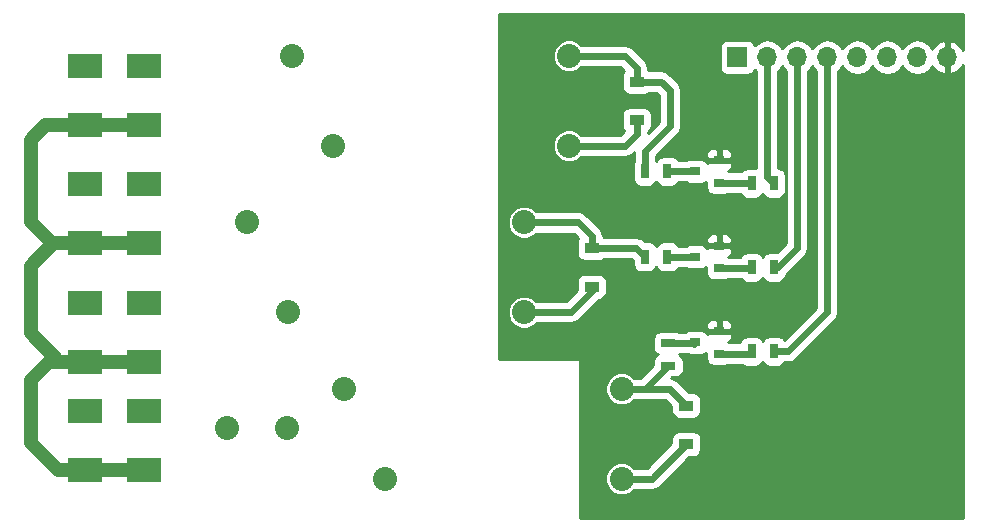
<source format=gtl>
G04 #@! TF.FileFunction,Copper,L1,Top,Signal*
%FSLAX46Y46*%
G04 Gerber Fmt 4.6, Leading zero omitted, Abs format (unit mm)*
G04 Created by KiCad (PCBNEW 4.0.2-4+6225~38~ubuntu14.04.1-stable) date Fri 27 Jan 2017 04:50:42 PM CET*
%MOMM*%
G01*
G04 APERTURE LIST*
%ADD10C,0.100000*%
%ADD11R,1.220000X0.910000*%
%ADD12R,0.900000X0.800000*%
%ADD13R,0.700000X1.300000*%
%ADD14R,1.300000X0.700000*%
%ADD15R,3.000000X2.000000*%
%ADD16R,1.700000X1.700000*%
%ADD17O,1.700000X1.700000*%
%ADD18C,2.032000*%
%ADD19C,0.609600*%
%ADD20C,1.219200*%
%ADD21C,0.254000*%
G04 APERTURE END LIST*
D10*
D11*
X88011000Y-68818000D03*
X88011000Y-65548000D03*
X84201000Y-82915000D03*
X84201000Y-79645000D03*
X92202000Y-96250000D03*
X92202000Y-92980000D03*
D12*
X94980000Y-74102000D03*
X94980000Y-72202000D03*
X92980000Y-73152000D03*
X94980000Y-81341000D03*
X94980000Y-79441000D03*
X92980000Y-80391000D03*
X94980000Y-88580000D03*
X94980000Y-86680000D03*
X92980000Y-87630000D03*
D13*
X97729000Y-74168000D03*
X99629000Y-74168000D03*
X97729000Y-81280000D03*
X99629000Y-81280000D03*
X97729000Y-88392000D03*
X99629000Y-88392000D03*
X88712000Y-73152000D03*
X90612000Y-73152000D03*
X88712000Y-80391000D03*
X90612000Y-80391000D03*
D14*
X90678000Y-89596000D03*
X90678000Y-87696000D03*
D15*
X41275000Y-93472000D03*
X41275000Y-98472000D03*
X46275000Y-98472000D03*
X46275000Y-93472000D03*
X41275000Y-64262000D03*
X41275000Y-69262000D03*
X41275000Y-74262000D03*
X41275000Y-79262000D03*
X41275000Y-84262000D03*
X41275000Y-89262000D03*
X46275000Y-89262000D03*
X46275000Y-84262000D03*
X46275000Y-79262000D03*
X46275000Y-74262000D03*
X46275000Y-69262000D03*
X46275000Y-64262000D03*
D16*
X96520000Y-63500000D03*
D17*
X99060000Y-63500000D03*
X101600000Y-63500000D03*
X104140000Y-63500000D03*
X106680000Y-63500000D03*
X109220000Y-63500000D03*
X111760000Y-63500000D03*
X114300000Y-63500000D03*
D18*
X82285000Y-63383000D03*
X82285000Y-70983000D03*
X62285000Y-70983000D03*
X58785000Y-63383000D03*
X78475000Y-77480000D03*
X78475000Y-85080000D03*
X58475000Y-85080000D03*
X54975000Y-77480000D03*
X86730000Y-91577000D03*
X86730000Y-99177000D03*
X66730000Y-99177000D03*
X63230000Y-91577000D03*
X53340000Y-94869000D03*
X58420000Y-94879160D03*
D19*
X88011000Y-65548000D02*
X90059000Y-65548000D01*
X88712000Y-71435000D02*
X88712000Y-73152000D01*
X90805000Y-69342000D02*
X88712000Y-71435000D01*
X90805000Y-66294000D02*
X90805000Y-69342000D01*
X90059000Y-65548000D02*
X90805000Y-66294000D01*
X82412000Y-63383000D02*
X87005000Y-63383000D01*
X88011000Y-64389000D02*
X88011000Y-65548000D01*
X87005000Y-63383000D02*
X88011000Y-64389000D01*
X84201000Y-79645000D02*
X87966000Y-79645000D01*
X87966000Y-79645000D02*
X88712000Y-80391000D01*
X78475000Y-77480000D02*
X83068000Y-77480000D01*
X84201000Y-78613000D02*
X84201000Y-79645000D01*
X83068000Y-77480000D02*
X84201000Y-78613000D01*
X90678000Y-89596000D02*
X88697000Y-91577000D01*
X88697000Y-91577000D02*
X86730000Y-91577000D01*
X86730000Y-91577000D02*
X90799000Y-91577000D01*
X90799000Y-91577000D02*
X92202000Y-92980000D01*
X99060000Y-73599000D02*
X99629000Y-74168000D01*
X99060000Y-63500000D02*
X99060000Y-73599000D01*
X101600000Y-79629000D02*
X99949000Y-81280000D01*
X99949000Y-81280000D02*
X99629000Y-81280000D01*
X101600000Y-63500000D02*
X101600000Y-79629000D01*
X100838000Y-88392000D02*
X99629000Y-88392000D01*
X104140000Y-85090000D02*
X100838000Y-88392000D01*
X104140000Y-63500000D02*
X104140000Y-85090000D01*
D20*
X54975000Y-77480000D02*
X54975000Y-77740000D01*
D19*
X90612000Y-73152000D02*
X92980000Y-73152000D01*
X90612000Y-80391000D02*
X92980000Y-80391000D01*
X92980000Y-87630000D02*
X92914000Y-87696000D01*
X92914000Y-87696000D02*
X90678000Y-87696000D01*
X92853000Y-87757000D02*
X92980000Y-87630000D01*
X86730000Y-99177000D02*
X89275000Y-99177000D01*
X89275000Y-99177000D02*
X92202000Y-96250000D01*
X84201000Y-82915000D02*
X84201000Y-83312000D01*
X84201000Y-83312000D02*
X82433000Y-85080000D01*
X82433000Y-85080000D02*
X78475000Y-85080000D01*
X88011000Y-68818000D02*
X88011000Y-69977000D01*
X87005000Y-70983000D02*
X82412000Y-70983000D01*
X88011000Y-69977000D02*
X87005000Y-70983000D01*
X94980000Y-74102000D02*
X97663000Y-74102000D01*
X97663000Y-74102000D02*
X97729000Y-74168000D01*
X94980000Y-81341000D02*
X97668000Y-81341000D01*
X97668000Y-81341000D02*
X97729000Y-81280000D01*
X94980000Y-88580000D02*
X97541000Y-88580000D01*
X97541000Y-88580000D02*
X97729000Y-88392000D01*
D20*
X41275000Y-89262000D02*
X38246000Y-89262000D01*
X39036000Y-98472000D02*
X41275000Y-98472000D01*
X36703000Y-96139000D02*
X39036000Y-98472000D01*
X36703000Y-90805000D02*
X36703000Y-96139000D01*
X38246000Y-89262000D02*
X36703000Y-90805000D01*
X41275000Y-79262000D02*
X38594000Y-79262000D01*
X39097000Y-89262000D02*
X41275000Y-89262000D01*
X36703000Y-86868000D02*
X39097000Y-89262000D01*
X36703000Y-81153000D02*
X36703000Y-86868000D01*
X38594000Y-79262000D02*
X36703000Y-81153000D01*
X41275000Y-69262000D02*
X37926000Y-69262000D01*
X38495000Y-79262000D02*
X41275000Y-79262000D01*
X36703000Y-77470000D02*
X38495000Y-79262000D01*
X36703000Y-70485000D02*
X36703000Y-77470000D01*
X37926000Y-69262000D02*
X36703000Y-70485000D01*
X41275000Y-89262000D02*
X46275000Y-89262000D01*
X41275000Y-98472000D02*
X46275000Y-98472000D01*
X41275000Y-79262000D02*
X46275000Y-79262000D01*
X41275000Y-69262000D02*
X46275000Y-69262000D01*
D21*
G36*
X115622000Y-62888680D02*
X115495183Y-62618642D01*
X115066924Y-62228355D01*
X114656890Y-62058524D01*
X114427000Y-62179845D01*
X114427000Y-63373000D01*
X114447000Y-63373000D01*
X114447000Y-63627000D01*
X114427000Y-63627000D01*
X114427000Y-64820155D01*
X114656890Y-64941476D01*
X115066924Y-64771645D01*
X115495183Y-64381358D01*
X115622000Y-64111320D01*
X115622000Y-102489000D01*
X83235800Y-102489000D01*
X83235800Y-99453661D01*
X85332758Y-99453661D01*
X85544990Y-99967303D01*
X85937630Y-100360629D01*
X86450900Y-100573757D01*
X87006661Y-100574242D01*
X87520303Y-100362010D01*
X87765941Y-100116800D01*
X89275000Y-100116800D01*
X89634646Y-100045262D01*
X89939539Y-99841539D01*
X92428638Y-97352440D01*
X92812000Y-97352440D01*
X93047317Y-97308162D01*
X93263441Y-97169090D01*
X93408431Y-96956890D01*
X93459440Y-96705000D01*
X93459440Y-95795000D01*
X93415162Y-95559683D01*
X93276090Y-95343559D01*
X93063890Y-95198569D01*
X92812000Y-95147560D01*
X91592000Y-95147560D01*
X91356683Y-95191838D01*
X91140559Y-95330910D01*
X90995569Y-95543110D01*
X90944560Y-95795000D01*
X90944560Y-96178362D01*
X88885722Y-98237200D01*
X87765774Y-98237200D01*
X87522370Y-97993371D01*
X87009100Y-97780243D01*
X86453339Y-97779758D01*
X85939697Y-97991990D01*
X85546371Y-98384630D01*
X85333243Y-98897900D01*
X85332758Y-99453661D01*
X83235800Y-99453661D01*
X83235800Y-89204800D01*
X83225794Y-89155390D01*
X83197353Y-89113765D01*
X83154959Y-89086485D01*
X83108800Y-89077800D01*
X76327000Y-89077800D01*
X76327000Y-85356661D01*
X77077758Y-85356661D01*
X77289990Y-85870303D01*
X77682630Y-86263629D01*
X78195900Y-86476757D01*
X78751661Y-86477242D01*
X79265303Y-86265010D01*
X79376817Y-86153690D01*
X93895000Y-86153690D01*
X93895000Y-86394250D01*
X94053750Y-86553000D01*
X94853000Y-86553000D01*
X94853000Y-85803750D01*
X95107000Y-85803750D01*
X95107000Y-86553000D01*
X95906250Y-86553000D01*
X96065000Y-86394250D01*
X96065000Y-86153690D01*
X95968327Y-85920301D01*
X95789698Y-85741673D01*
X95556309Y-85645000D01*
X95265750Y-85645000D01*
X95107000Y-85803750D01*
X94853000Y-85803750D01*
X94694250Y-85645000D01*
X94403691Y-85645000D01*
X94170302Y-85741673D01*
X93991673Y-85920301D01*
X93895000Y-86153690D01*
X79376817Y-86153690D01*
X79510941Y-86019800D01*
X82433000Y-86019800D01*
X82792646Y-85948262D01*
X83097539Y-85744539D01*
X84827799Y-84014279D01*
X85046317Y-83973162D01*
X85262441Y-83834090D01*
X85407431Y-83621890D01*
X85458440Y-83370000D01*
X85458440Y-82460000D01*
X85414162Y-82224683D01*
X85275090Y-82008559D01*
X85062890Y-81863569D01*
X84811000Y-81812560D01*
X83591000Y-81812560D01*
X83355683Y-81856838D01*
X83139559Y-81995910D01*
X82994569Y-82208110D01*
X82943560Y-82460000D01*
X82943560Y-83240362D01*
X82043722Y-84140200D01*
X79510774Y-84140200D01*
X79267370Y-83896371D01*
X78754100Y-83683243D01*
X78198339Y-83682758D01*
X77684697Y-83894990D01*
X77291371Y-84287630D01*
X77078243Y-84800900D01*
X77077758Y-85356661D01*
X76327000Y-85356661D01*
X76327000Y-77756661D01*
X77077758Y-77756661D01*
X77289990Y-78270303D01*
X77682630Y-78663629D01*
X78195900Y-78876757D01*
X78751661Y-78877242D01*
X79265303Y-78665010D01*
X79510941Y-78419800D01*
X82678722Y-78419800D01*
X83076752Y-78817830D01*
X82994569Y-78938110D01*
X82943560Y-79190000D01*
X82943560Y-80100000D01*
X82987838Y-80335317D01*
X83126910Y-80551441D01*
X83339110Y-80696431D01*
X83591000Y-80747440D01*
X84811000Y-80747440D01*
X85046317Y-80703162D01*
X85230257Y-80584800D01*
X87576722Y-80584800D01*
X87714560Y-80722638D01*
X87714560Y-81041000D01*
X87758838Y-81276317D01*
X87897910Y-81492441D01*
X88110110Y-81637431D01*
X88362000Y-81688440D01*
X89062000Y-81688440D01*
X89297317Y-81644162D01*
X89513441Y-81505090D01*
X89658431Y-81292890D01*
X89661081Y-81279803D01*
X89797910Y-81492441D01*
X90010110Y-81637431D01*
X90262000Y-81688440D01*
X90962000Y-81688440D01*
X91197317Y-81644162D01*
X91413441Y-81505090D01*
X91532528Y-81330800D01*
X92195228Y-81330800D01*
X92278110Y-81387431D01*
X92530000Y-81438440D01*
X93430000Y-81438440D01*
X93665317Y-81394162D01*
X93881441Y-81255090D01*
X93882560Y-81253452D01*
X93882560Y-81741000D01*
X93926838Y-81976317D01*
X94065910Y-82192441D01*
X94278110Y-82337431D01*
X94530000Y-82388440D01*
X95430000Y-82388440D01*
X95665317Y-82344162D01*
X95763784Y-82280800D01*
X96850149Y-82280800D01*
X96914910Y-82381441D01*
X97127110Y-82526431D01*
X97379000Y-82577440D01*
X98079000Y-82577440D01*
X98314317Y-82533162D01*
X98530441Y-82394090D01*
X98675431Y-82181890D01*
X98678081Y-82168803D01*
X98814910Y-82381441D01*
X99027110Y-82526431D01*
X99279000Y-82577440D01*
X99979000Y-82577440D01*
X100214317Y-82533162D01*
X100430441Y-82394090D01*
X100575431Y-82181890D01*
X100626024Y-81932054D01*
X102264539Y-80293539D01*
X102468262Y-79988646D01*
X102539800Y-79629000D01*
X102539800Y-64652816D01*
X102650054Y-64579147D01*
X102870000Y-64249974D01*
X103089946Y-64579147D01*
X103200200Y-64652816D01*
X103200200Y-84700722D01*
X100508583Y-87392339D01*
X100443090Y-87290559D01*
X100230890Y-87145569D01*
X99979000Y-87094560D01*
X99279000Y-87094560D01*
X99043683Y-87138838D01*
X98827559Y-87277910D01*
X98682569Y-87490110D01*
X98679919Y-87503197D01*
X98543090Y-87290559D01*
X98330890Y-87145569D01*
X98079000Y-87094560D01*
X97379000Y-87094560D01*
X97143683Y-87138838D01*
X96927559Y-87277910D01*
X96782569Y-87490110D01*
X96752175Y-87640200D01*
X95764772Y-87640200D01*
X95754250Y-87633010D01*
X95789698Y-87618327D01*
X95968327Y-87439699D01*
X96065000Y-87206310D01*
X96065000Y-86965750D01*
X95906250Y-86807000D01*
X95107000Y-86807000D01*
X95107000Y-86827000D01*
X94853000Y-86827000D01*
X94853000Y-86807000D01*
X94053750Y-86807000D01*
X93967738Y-86893012D01*
X93894090Y-86778559D01*
X93681890Y-86633569D01*
X93430000Y-86582560D01*
X92530000Y-86582560D01*
X92294683Y-86626838D01*
X92093649Y-86756200D01*
X91589595Y-86756200D01*
X91579890Y-86749569D01*
X91328000Y-86698560D01*
X90028000Y-86698560D01*
X89792683Y-86742838D01*
X89576559Y-86881910D01*
X89431569Y-87094110D01*
X89380560Y-87346000D01*
X89380560Y-88046000D01*
X89424838Y-88281317D01*
X89563910Y-88497441D01*
X89776110Y-88642431D01*
X89789197Y-88645081D01*
X89576559Y-88781910D01*
X89431569Y-88994110D01*
X89380560Y-89246000D01*
X89380560Y-89564362D01*
X88307722Y-90637200D01*
X87765774Y-90637200D01*
X87522370Y-90393371D01*
X87009100Y-90180243D01*
X86453339Y-90179758D01*
X85939697Y-90391990D01*
X85546371Y-90784630D01*
X85333243Y-91297900D01*
X85332758Y-91853661D01*
X85544990Y-92367303D01*
X85937630Y-92760629D01*
X86450900Y-92973757D01*
X87006661Y-92974242D01*
X87520303Y-92762010D01*
X87765941Y-92516800D01*
X90409722Y-92516800D01*
X90944560Y-93051638D01*
X90944560Y-93435000D01*
X90988838Y-93670317D01*
X91127910Y-93886441D01*
X91340110Y-94031431D01*
X91592000Y-94082440D01*
X92812000Y-94082440D01*
X93047317Y-94038162D01*
X93263441Y-93899090D01*
X93408431Y-93686890D01*
X93459440Y-93435000D01*
X93459440Y-92525000D01*
X93415162Y-92289683D01*
X93276090Y-92073559D01*
X93063890Y-91928569D01*
X92812000Y-91877560D01*
X92428638Y-91877560D01*
X91463539Y-90912461D01*
X91158646Y-90708738D01*
X90938191Y-90664887D01*
X91009638Y-90593440D01*
X91328000Y-90593440D01*
X91563317Y-90549162D01*
X91779441Y-90410090D01*
X91924431Y-90197890D01*
X91975440Y-89946000D01*
X91975440Y-89246000D01*
X91931162Y-89010683D01*
X91792090Y-88794559D01*
X91579890Y-88649569D01*
X91566803Y-88646919D01*
X91584082Y-88635800D01*
X92324376Y-88635800D01*
X92530000Y-88677440D01*
X92755671Y-88677440D01*
X92853000Y-88696800D01*
X92950329Y-88677440D01*
X93430000Y-88677440D01*
X93665317Y-88633162D01*
X93881441Y-88494090D01*
X93882560Y-88492452D01*
X93882560Y-88980000D01*
X93926838Y-89215317D01*
X94065910Y-89431441D01*
X94278110Y-89576431D01*
X94530000Y-89627440D01*
X95430000Y-89627440D01*
X95665317Y-89583162D01*
X95763784Y-89519800D01*
X96953488Y-89519800D01*
X97127110Y-89638431D01*
X97379000Y-89689440D01*
X98079000Y-89689440D01*
X98314317Y-89645162D01*
X98530441Y-89506090D01*
X98675431Y-89293890D01*
X98678081Y-89280803D01*
X98814910Y-89493441D01*
X99027110Y-89638431D01*
X99279000Y-89689440D01*
X99979000Y-89689440D01*
X100214317Y-89645162D01*
X100430441Y-89506090D01*
X100549528Y-89331800D01*
X100838000Y-89331800D01*
X101197646Y-89260262D01*
X101502539Y-89056539D01*
X104804539Y-85754539D01*
X105008262Y-85449646D01*
X105079800Y-85090000D01*
X105079800Y-64652816D01*
X105190054Y-64579147D01*
X105410000Y-64249974D01*
X105629946Y-64579147D01*
X106111715Y-64901054D01*
X106680000Y-65014093D01*
X107248285Y-64901054D01*
X107730054Y-64579147D01*
X107950000Y-64249974D01*
X108169946Y-64579147D01*
X108651715Y-64901054D01*
X109220000Y-65014093D01*
X109788285Y-64901054D01*
X110270054Y-64579147D01*
X110490000Y-64249974D01*
X110709946Y-64579147D01*
X111191715Y-64901054D01*
X111760000Y-65014093D01*
X112328285Y-64901054D01*
X112810054Y-64579147D01*
X113037702Y-64238447D01*
X113104817Y-64381358D01*
X113533076Y-64771645D01*
X113943110Y-64941476D01*
X114173000Y-64820155D01*
X114173000Y-63627000D01*
X114153000Y-63627000D01*
X114153000Y-63373000D01*
X114173000Y-63373000D01*
X114173000Y-62179845D01*
X113943110Y-62058524D01*
X113533076Y-62228355D01*
X113104817Y-62618642D01*
X113037702Y-62761553D01*
X112810054Y-62420853D01*
X112328285Y-62098946D01*
X111760000Y-61985907D01*
X111191715Y-62098946D01*
X110709946Y-62420853D01*
X110490000Y-62750026D01*
X110270054Y-62420853D01*
X109788285Y-62098946D01*
X109220000Y-61985907D01*
X108651715Y-62098946D01*
X108169946Y-62420853D01*
X107950000Y-62750026D01*
X107730054Y-62420853D01*
X107248285Y-62098946D01*
X106680000Y-61985907D01*
X106111715Y-62098946D01*
X105629946Y-62420853D01*
X105410000Y-62750026D01*
X105190054Y-62420853D01*
X104708285Y-62098946D01*
X104140000Y-61985907D01*
X103571715Y-62098946D01*
X103089946Y-62420853D01*
X102870000Y-62750026D01*
X102650054Y-62420853D01*
X102168285Y-62098946D01*
X101600000Y-61985907D01*
X101031715Y-62098946D01*
X100549946Y-62420853D01*
X100330000Y-62750026D01*
X100110054Y-62420853D01*
X99628285Y-62098946D01*
X99060000Y-61985907D01*
X98491715Y-62098946D01*
X98009946Y-62420853D01*
X97982150Y-62462452D01*
X97973162Y-62414683D01*
X97834090Y-62198559D01*
X97621890Y-62053569D01*
X97370000Y-62002560D01*
X95670000Y-62002560D01*
X95434683Y-62046838D01*
X95218559Y-62185910D01*
X95073569Y-62398110D01*
X95022560Y-62650000D01*
X95022560Y-64350000D01*
X95066838Y-64585317D01*
X95205910Y-64801441D01*
X95418110Y-64946431D01*
X95670000Y-64997440D01*
X97370000Y-64997440D01*
X97605317Y-64953162D01*
X97821441Y-64814090D01*
X97966431Y-64601890D01*
X97980086Y-64534459D01*
X98009946Y-64579147D01*
X98120200Y-64652816D01*
X98120200Y-72878903D01*
X98079000Y-72870560D01*
X97379000Y-72870560D01*
X97143683Y-72914838D01*
X96927559Y-73053910D01*
X96853568Y-73162200D01*
X95764772Y-73162200D01*
X95754250Y-73155010D01*
X95789698Y-73140327D01*
X95968327Y-72961699D01*
X96065000Y-72728310D01*
X96065000Y-72487750D01*
X95906250Y-72329000D01*
X95107000Y-72329000D01*
X95107000Y-72349000D01*
X94853000Y-72349000D01*
X94853000Y-72329000D01*
X94053750Y-72329000D01*
X93967738Y-72415012D01*
X93894090Y-72300559D01*
X93681890Y-72155569D01*
X93430000Y-72104560D01*
X92530000Y-72104560D01*
X92294683Y-72148838D01*
X92196216Y-72212200D01*
X91530103Y-72212200D01*
X91426090Y-72050559D01*
X91213890Y-71905569D01*
X90962000Y-71854560D01*
X90262000Y-71854560D01*
X90026683Y-71898838D01*
X89810559Y-72037910D01*
X89665569Y-72250110D01*
X89662919Y-72263197D01*
X89651800Y-72245918D01*
X89651800Y-71824278D01*
X89800388Y-71675690D01*
X93895000Y-71675690D01*
X93895000Y-71916250D01*
X94053750Y-72075000D01*
X94853000Y-72075000D01*
X94853000Y-71325750D01*
X95107000Y-71325750D01*
X95107000Y-72075000D01*
X95906250Y-72075000D01*
X96065000Y-71916250D01*
X96065000Y-71675690D01*
X95968327Y-71442301D01*
X95789698Y-71263673D01*
X95556309Y-71167000D01*
X95265750Y-71167000D01*
X95107000Y-71325750D01*
X94853000Y-71325750D01*
X94694250Y-71167000D01*
X94403691Y-71167000D01*
X94170302Y-71263673D01*
X93991673Y-71442301D01*
X93895000Y-71675690D01*
X89800388Y-71675690D01*
X91469539Y-70006539D01*
X91673262Y-69701646D01*
X91744800Y-69342000D01*
X91744800Y-66294000D01*
X91673262Y-65934354D01*
X91469539Y-65629461D01*
X90723539Y-64883461D01*
X90418646Y-64679738D01*
X90059000Y-64608200D01*
X89036267Y-64608200D01*
X88950800Y-64549803D01*
X88950800Y-64389000D01*
X88879262Y-64029354D01*
X88675539Y-63724461D01*
X87669539Y-62718461D01*
X87364646Y-62514738D01*
X87005000Y-62443200D01*
X83320774Y-62443200D01*
X83077370Y-62199371D01*
X82564100Y-61986243D01*
X82008339Y-61985758D01*
X81494697Y-62197990D01*
X81101371Y-62590630D01*
X80888243Y-63103900D01*
X80887758Y-63659661D01*
X81099990Y-64173303D01*
X81492630Y-64566629D01*
X82005900Y-64779757D01*
X82561661Y-64780242D01*
X83075303Y-64568010D01*
X83320941Y-64322800D01*
X86615722Y-64322800D01*
X86938304Y-64645382D01*
X86804569Y-64841110D01*
X86753560Y-65093000D01*
X86753560Y-66003000D01*
X86797838Y-66238317D01*
X86936910Y-66454441D01*
X87149110Y-66599431D01*
X87401000Y-66650440D01*
X88621000Y-66650440D01*
X88856317Y-66606162D01*
X89040257Y-66487800D01*
X89669722Y-66487800D01*
X89865200Y-66683278D01*
X89865200Y-68952722D01*
X88950800Y-69867122D01*
X88950800Y-69815364D01*
X89072441Y-69737090D01*
X89217431Y-69524890D01*
X89268440Y-69273000D01*
X89268440Y-68363000D01*
X89224162Y-68127683D01*
X89085090Y-67911559D01*
X88872890Y-67766569D01*
X88621000Y-67715560D01*
X87401000Y-67715560D01*
X87165683Y-67759838D01*
X86949559Y-67898910D01*
X86804569Y-68111110D01*
X86753560Y-68363000D01*
X86753560Y-69273000D01*
X86797838Y-69508317D01*
X86935959Y-69722963D01*
X86615722Y-70043200D01*
X83320774Y-70043200D01*
X83077370Y-69799371D01*
X82564100Y-69586243D01*
X82008339Y-69585758D01*
X81494697Y-69797990D01*
X81101371Y-70190630D01*
X80888243Y-70703900D01*
X80887758Y-71259661D01*
X81099990Y-71773303D01*
X81492630Y-72166629D01*
X82005900Y-72379757D01*
X82561661Y-72380242D01*
X83075303Y-72168010D01*
X83320941Y-71922800D01*
X87005000Y-71922800D01*
X87364646Y-71851262D01*
X87669539Y-71647539D01*
X87772200Y-71544878D01*
X87772200Y-72240405D01*
X87765569Y-72250110D01*
X87714560Y-72502000D01*
X87714560Y-73802000D01*
X87758838Y-74037317D01*
X87897910Y-74253441D01*
X88110110Y-74398431D01*
X88362000Y-74449440D01*
X89062000Y-74449440D01*
X89297317Y-74405162D01*
X89513441Y-74266090D01*
X89658431Y-74053890D01*
X89661081Y-74040803D01*
X89797910Y-74253441D01*
X90010110Y-74398431D01*
X90262000Y-74449440D01*
X90962000Y-74449440D01*
X91197317Y-74405162D01*
X91413441Y-74266090D01*
X91532528Y-74091800D01*
X92195228Y-74091800D01*
X92278110Y-74148431D01*
X92530000Y-74199440D01*
X93430000Y-74199440D01*
X93665317Y-74155162D01*
X93881441Y-74016090D01*
X93882560Y-74014452D01*
X93882560Y-74502000D01*
X93926838Y-74737317D01*
X94065910Y-74953441D01*
X94278110Y-75098431D01*
X94530000Y-75149440D01*
X95430000Y-75149440D01*
X95665317Y-75105162D01*
X95763784Y-75041800D01*
X96773671Y-75041800D01*
X96775838Y-75053317D01*
X96914910Y-75269441D01*
X97127110Y-75414431D01*
X97379000Y-75465440D01*
X98079000Y-75465440D01*
X98314317Y-75421162D01*
X98530441Y-75282090D01*
X98675431Y-75069890D01*
X98678081Y-75056803D01*
X98814910Y-75269441D01*
X99027110Y-75414431D01*
X99279000Y-75465440D01*
X99979000Y-75465440D01*
X100214317Y-75421162D01*
X100430441Y-75282090D01*
X100575431Y-75069890D01*
X100626440Y-74818000D01*
X100626440Y-73518000D01*
X100582162Y-73282683D01*
X100443090Y-73066559D01*
X100230890Y-72921569D01*
X99999800Y-72874772D01*
X99999800Y-64652816D01*
X100110054Y-64579147D01*
X100330000Y-64249974D01*
X100549946Y-64579147D01*
X100660200Y-64652816D01*
X100660200Y-79239722D01*
X99917362Y-79982560D01*
X99279000Y-79982560D01*
X99043683Y-80026838D01*
X98827559Y-80165910D01*
X98682569Y-80378110D01*
X98679919Y-80391197D01*
X98543090Y-80178559D01*
X98330890Y-80033569D01*
X98079000Y-79982560D01*
X97379000Y-79982560D01*
X97143683Y-80026838D01*
X96927559Y-80165910D01*
X96782569Y-80378110D01*
X96777893Y-80401200D01*
X95764772Y-80401200D01*
X95754250Y-80394010D01*
X95789698Y-80379327D01*
X95968327Y-80200699D01*
X96065000Y-79967310D01*
X96065000Y-79726750D01*
X95906250Y-79568000D01*
X95107000Y-79568000D01*
X95107000Y-79588000D01*
X94853000Y-79588000D01*
X94853000Y-79568000D01*
X94053750Y-79568000D01*
X93967738Y-79654012D01*
X93894090Y-79539559D01*
X93681890Y-79394569D01*
X93430000Y-79343560D01*
X92530000Y-79343560D01*
X92294683Y-79387838D01*
X92196216Y-79451200D01*
X91530103Y-79451200D01*
X91426090Y-79289559D01*
X91213890Y-79144569D01*
X90962000Y-79093560D01*
X90262000Y-79093560D01*
X90026683Y-79137838D01*
X89810559Y-79276910D01*
X89665569Y-79489110D01*
X89662919Y-79502197D01*
X89526090Y-79289559D01*
X89313890Y-79144569D01*
X89062000Y-79093560D01*
X88743638Y-79093560D01*
X88630539Y-78980461D01*
X88532106Y-78914690D01*
X93895000Y-78914690D01*
X93895000Y-79155250D01*
X94053750Y-79314000D01*
X94853000Y-79314000D01*
X94853000Y-78564750D01*
X95107000Y-78564750D01*
X95107000Y-79314000D01*
X95906250Y-79314000D01*
X96065000Y-79155250D01*
X96065000Y-78914690D01*
X95968327Y-78681301D01*
X95789698Y-78502673D01*
X95556309Y-78406000D01*
X95265750Y-78406000D01*
X95107000Y-78564750D01*
X94853000Y-78564750D01*
X94694250Y-78406000D01*
X94403691Y-78406000D01*
X94170302Y-78502673D01*
X93991673Y-78681301D01*
X93895000Y-78914690D01*
X88532106Y-78914690D01*
X88325646Y-78776738D01*
X87966000Y-78705200D01*
X85226267Y-78705200D01*
X85140800Y-78646803D01*
X85140800Y-78613000D01*
X85069262Y-78253354D01*
X84865539Y-77948461D01*
X83732539Y-76815461D01*
X83427646Y-76611738D01*
X83068000Y-76540200D01*
X79510774Y-76540200D01*
X79267370Y-76296371D01*
X78754100Y-76083243D01*
X78198339Y-76082758D01*
X77684697Y-76294990D01*
X77291371Y-76687630D01*
X77078243Y-77200900D01*
X77077758Y-77756661D01*
X76327000Y-77756661D01*
X76327000Y-59817000D01*
X115622000Y-59817000D01*
X115622000Y-62888680D01*
X115622000Y-62888680D01*
G37*
X115622000Y-62888680D02*
X115495183Y-62618642D01*
X115066924Y-62228355D01*
X114656890Y-62058524D01*
X114427000Y-62179845D01*
X114427000Y-63373000D01*
X114447000Y-63373000D01*
X114447000Y-63627000D01*
X114427000Y-63627000D01*
X114427000Y-64820155D01*
X114656890Y-64941476D01*
X115066924Y-64771645D01*
X115495183Y-64381358D01*
X115622000Y-64111320D01*
X115622000Y-102489000D01*
X83235800Y-102489000D01*
X83235800Y-99453661D01*
X85332758Y-99453661D01*
X85544990Y-99967303D01*
X85937630Y-100360629D01*
X86450900Y-100573757D01*
X87006661Y-100574242D01*
X87520303Y-100362010D01*
X87765941Y-100116800D01*
X89275000Y-100116800D01*
X89634646Y-100045262D01*
X89939539Y-99841539D01*
X92428638Y-97352440D01*
X92812000Y-97352440D01*
X93047317Y-97308162D01*
X93263441Y-97169090D01*
X93408431Y-96956890D01*
X93459440Y-96705000D01*
X93459440Y-95795000D01*
X93415162Y-95559683D01*
X93276090Y-95343559D01*
X93063890Y-95198569D01*
X92812000Y-95147560D01*
X91592000Y-95147560D01*
X91356683Y-95191838D01*
X91140559Y-95330910D01*
X90995569Y-95543110D01*
X90944560Y-95795000D01*
X90944560Y-96178362D01*
X88885722Y-98237200D01*
X87765774Y-98237200D01*
X87522370Y-97993371D01*
X87009100Y-97780243D01*
X86453339Y-97779758D01*
X85939697Y-97991990D01*
X85546371Y-98384630D01*
X85333243Y-98897900D01*
X85332758Y-99453661D01*
X83235800Y-99453661D01*
X83235800Y-89204800D01*
X83225794Y-89155390D01*
X83197353Y-89113765D01*
X83154959Y-89086485D01*
X83108800Y-89077800D01*
X76327000Y-89077800D01*
X76327000Y-85356661D01*
X77077758Y-85356661D01*
X77289990Y-85870303D01*
X77682630Y-86263629D01*
X78195900Y-86476757D01*
X78751661Y-86477242D01*
X79265303Y-86265010D01*
X79376817Y-86153690D01*
X93895000Y-86153690D01*
X93895000Y-86394250D01*
X94053750Y-86553000D01*
X94853000Y-86553000D01*
X94853000Y-85803750D01*
X95107000Y-85803750D01*
X95107000Y-86553000D01*
X95906250Y-86553000D01*
X96065000Y-86394250D01*
X96065000Y-86153690D01*
X95968327Y-85920301D01*
X95789698Y-85741673D01*
X95556309Y-85645000D01*
X95265750Y-85645000D01*
X95107000Y-85803750D01*
X94853000Y-85803750D01*
X94694250Y-85645000D01*
X94403691Y-85645000D01*
X94170302Y-85741673D01*
X93991673Y-85920301D01*
X93895000Y-86153690D01*
X79376817Y-86153690D01*
X79510941Y-86019800D01*
X82433000Y-86019800D01*
X82792646Y-85948262D01*
X83097539Y-85744539D01*
X84827799Y-84014279D01*
X85046317Y-83973162D01*
X85262441Y-83834090D01*
X85407431Y-83621890D01*
X85458440Y-83370000D01*
X85458440Y-82460000D01*
X85414162Y-82224683D01*
X85275090Y-82008559D01*
X85062890Y-81863569D01*
X84811000Y-81812560D01*
X83591000Y-81812560D01*
X83355683Y-81856838D01*
X83139559Y-81995910D01*
X82994569Y-82208110D01*
X82943560Y-82460000D01*
X82943560Y-83240362D01*
X82043722Y-84140200D01*
X79510774Y-84140200D01*
X79267370Y-83896371D01*
X78754100Y-83683243D01*
X78198339Y-83682758D01*
X77684697Y-83894990D01*
X77291371Y-84287630D01*
X77078243Y-84800900D01*
X77077758Y-85356661D01*
X76327000Y-85356661D01*
X76327000Y-77756661D01*
X77077758Y-77756661D01*
X77289990Y-78270303D01*
X77682630Y-78663629D01*
X78195900Y-78876757D01*
X78751661Y-78877242D01*
X79265303Y-78665010D01*
X79510941Y-78419800D01*
X82678722Y-78419800D01*
X83076752Y-78817830D01*
X82994569Y-78938110D01*
X82943560Y-79190000D01*
X82943560Y-80100000D01*
X82987838Y-80335317D01*
X83126910Y-80551441D01*
X83339110Y-80696431D01*
X83591000Y-80747440D01*
X84811000Y-80747440D01*
X85046317Y-80703162D01*
X85230257Y-80584800D01*
X87576722Y-80584800D01*
X87714560Y-80722638D01*
X87714560Y-81041000D01*
X87758838Y-81276317D01*
X87897910Y-81492441D01*
X88110110Y-81637431D01*
X88362000Y-81688440D01*
X89062000Y-81688440D01*
X89297317Y-81644162D01*
X89513441Y-81505090D01*
X89658431Y-81292890D01*
X89661081Y-81279803D01*
X89797910Y-81492441D01*
X90010110Y-81637431D01*
X90262000Y-81688440D01*
X90962000Y-81688440D01*
X91197317Y-81644162D01*
X91413441Y-81505090D01*
X91532528Y-81330800D01*
X92195228Y-81330800D01*
X92278110Y-81387431D01*
X92530000Y-81438440D01*
X93430000Y-81438440D01*
X93665317Y-81394162D01*
X93881441Y-81255090D01*
X93882560Y-81253452D01*
X93882560Y-81741000D01*
X93926838Y-81976317D01*
X94065910Y-82192441D01*
X94278110Y-82337431D01*
X94530000Y-82388440D01*
X95430000Y-82388440D01*
X95665317Y-82344162D01*
X95763784Y-82280800D01*
X96850149Y-82280800D01*
X96914910Y-82381441D01*
X97127110Y-82526431D01*
X97379000Y-82577440D01*
X98079000Y-82577440D01*
X98314317Y-82533162D01*
X98530441Y-82394090D01*
X98675431Y-82181890D01*
X98678081Y-82168803D01*
X98814910Y-82381441D01*
X99027110Y-82526431D01*
X99279000Y-82577440D01*
X99979000Y-82577440D01*
X100214317Y-82533162D01*
X100430441Y-82394090D01*
X100575431Y-82181890D01*
X100626024Y-81932054D01*
X102264539Y-80293539D01*
X102468262Y-79988646D01*
X102539800Y-79629000D01*
X102539800Y-64652816D01*
X102650054Y-64579147D01*
X102870000Y-64249974D01*
X103089946Y-64579147D01*
X103200200Y-64652816D01*
X103200200Y-84700722D01*
X100508583Y-87392339D01*
X100443090Y-87290559D01*
X100230890Y-87145569D01*
X99979000Y-87094560D01*
X99279000Y-87094560D01*
X99043683Y-87138838D01*
X98827559Y-87277910D01*
X98682569Y-87490110D01*
X98679919Y-87503197D01*
X98543090Y-87290559D01*
X98330890Y-87145569D01*
X98079000Y-87094560D01*
X97379000Y-87094560D01*
X97143683Y-87138838D01*
X96927559Y-87277910D01*
X96782569Y-87490110D01*
X96752175Y-87640200D01*
X95764772Y-87640200D01*
X95754250Y-87633010D01*
X95789698Y-87618327D01*
X95968327Y-87439699D01*
X96065000Y-87206310D01*
X96065000Y-86965750D01*
X95906250Y-86807000D01*
X95107000Y-86807000D01*
X95107000Y-86827000D01*
X94853000Y-86827000D01*
X94853000Y-86807000D01*
X94053750Y-86807000D01*
X93967738Y-86893012D01*
X93894090Y-86778559D01*
X93681890Y-86633569D01*
X93430000Y-86582560D01*
X92530000Y-86582560D01*
X92294683Y-86626838D01*
X92093649Y-86756200D01*
X91589595Y-86756200D01*
X91579890Y-86749569D01*
X91328000Y-86698560D01*
X90028000Y-86698560D01*
X89792683Y-86742838D01*
X89576559Y-86881910D01*
X89431569Y-87094110D01*
X89380560Y-87346000D01*
X89380560Y-88046000D01*
X89424838Y-88281317D01*
X89563910Y-88497441D01*
X89776110Y-88642431D01*
X89789197Y-88645081D01*
X89576559Y-88781910D01*
X89431569Y-88994110D01*
X89380560Y-89246000D01*
X89380560Y-89564362D01*
X88307722Y-90637200D01*
X87765774Y-90637200D01*
X87522370Y-90393371D01*
X87009100Y-90180243D01*
X86453339Y-90179758D01*
X85939697Y-90391990D01*
X85546371Y-90784630D01*
X85333243Y-91297900D01*
X85332758Y-91853661D01*
X85544990Y-92367303D01*
X85937630Y-92760629D01*
X86450900Y-92973757D01*
X87006661Y-92974242D01*
X87520303Y-92762010D01*
X87765941Y-92516800D01*
X90409722Y-92516800D01*
X90944560Y-93051638D01*
X90944560Y-93435000D01*
X90988838Y-93670317D01*
X91127910Y-93886441D01*
X91340110Y-94031431D01*
X91592000Y-94082440D01*
X92812000Y-94082440D01*
X93047317Y-94038162D01*
X93263441Y-93899090D01*
X93408431Y-93686890D01*
X93459440Y-93435000D01*
X93459440Y-92525000D01*
X93415162Y-92289683D01*
X93276090Y-92073559D01*
X93063890Y-91928569D01*
X92812000Y-91877560D01*
X92428638Y-91877560D01*
X91463539Y-90912461D01*
X91158646Y-90708738D01*
X90938191Y-90664887D01*
X91009638Y-90593440D01*
X91328000Y-90593440D01*
X91563317Y-90549162D01*
X91779441Y-90410090D01*
X91924431Y-90197890D01*
X91975440Y-89946000D01*
X91975440Y-89246000D01*
X91931162Y-89010683D01*
X91792090Y-88794559D01*
X91579890Y-88649569D01*
X91566803Y-88646919D01*
X91584082Y-88635800D01*
X92324376Y-88635800D01*
X92530000Y-88677440D01*
X92755671Y-88677440D01*
X92853000Y-88696800D01*
X92950329Y-88677440D01*
X93430000Y-88677440D01*
X93665317Y-88633162D01*
X93881441Y-88494090D01*
X93882560Y-88492452D01*
X93882560Y-88980000D01*
X93926838Y-89215317D01*
X94065910Y-89431441D01*
X94278110Y-89576431D01*
X94530000Y-89627440D01*
X95430000Y-89627440D01*
X95665317Y-89583162D01*
X95763784Y-89519800D01*
X96953488Y-89519800D01*
X97127110Y-89638431D01*
X97379000Y-89689440D01*
X98079000Y-89689440D01*
X98314317Y-89645162D01*
X98530441Y-89506090D01*
X98675431Y-89293890D01*
X98678081Y-89280803D01*
X98814910Y-89493441D01*
X99027110Y-89638431D01*
X99279000Y-89689440D01*
X99979000Y-89689440D01*
X100214317Y-89645162D01*
X100430441Y-89506090D01*
X100549528Y-89331800D01*
X100838000Y-89331800D01*
X101197646Y-89260262D01*
X101502539Y-89056539D01*
X104804539Y-85754539D01*
X105008262Y-85449646D01*
X105079800Y-85090000D01*
X105079800Y-64652816D01*
X105190054Y-64579147D01*
X105410000Y-64249974D01*
X105629946Y-64579147D01*
X106111715Y-64901054D01*
X106680000Y-65014093D01*
X107248285Y-64901054D01*
X107730054Y-64579147D01*
X107950000Y-64249974D01*
X108169946Y-64579147D01*
X108651715Y-64901054D01*
X109220000Y-65014093D01*
X109788285Y-64901054D01*
X110270054Y-64579147D01*
X110490000Y-64249974D01*
X110709946Y-64579147D01*
X111191715Y-64901054D01*
X111760000Y-65014093D01*
X112328285Y-64901054D01*
X112810054Y-64579147D01*
X113037702Y-64238447D01*
X113104817Y-64381358D01*
X113533076Y-64771645D01*
X113943110Y-64941476D01*
X114173000Y-64820155D01*
X114173000Y-63627000D01*
X114153000Y-63627000D01*
X114153000Y-63373000D01*
X114173000Y-63373000D01*
X114173000Y-62179845D01*
X113943110Y-62058524D01*
X113533076Y-62228355D01*
X113104817Y-62618642D01*
X113037702Y-62761553D01*
X112810054Y-62420853D01*
X112328285Y-62098946D01*
X111760000Y-61985907D01*
X111191715Y-62098946D01*
X110709946Y-62420853D01*
X110490000Y-62750026D01*
X110270054Y-62420853D01*
X109788285Y-62098946D01*
X109220000Y-61985907D01*
X108651715Y-62098946D01*
X108169946Y-62420853D01*
X107950000Y-62750026D01*
X107730054Y-62420853D01*
X107248285Y-62098946D01*
X106680000Y-61985907D01*
X106111715Y-62098946D01*
X105629946Y-62420853D01*
X105410000Y-62750026D01*
X105190054Y-62420853D01*
X104708285Y-62098946D01*
X104140000Y-61985907D01*
X103571715Y-62098946D01*
X103089946Y-62420853D01*
X102870000Y-62750026D01*
X102650054Y-62420853D01*
X102168285Y-62098946D01*
X101600000Y-61985907D01*
X101031715Y-62098946D01*
X100549946Y-62420853D01*
X100330000Y-62750026D01*
X100110054Y-62420853D01*
X99628285Y-62098946D01*
X99060000Y-61985907D01*
X98491715Y-62098946D01*
X98009946Y-62420853D01*
X97982150Y-62462452D01*
X97973162Y-62414683D01*
X97834090Y-62198559D01*
X97621890Y-62053569D01*
X97370000Y-62002560D01*
X95670000Y-62002560D01*
X95434683Y-62046838D01*
X95218559Y-62185910D01*
X95073569Y-62398110D01*
X95022560Y-62650000D01*
X95022560Y-64350000D01*
X95066838Y-64585317D01*
X95205910Y-64801441D01*
X95418110Y-64946431D01*
X95670000Y-64997440D01*
X97370000Y-64997440D01*
X97605317Y-64953162D01*
X97821441Y-64814090D01*
X97966431Y-64601890D01*
X97980086Y-64534459D01*
X98009946Y-64579147D01*
X98120200Y-64652816D01*
X98120200Y-72878903D01*
X98079000Y-72870560D01*
X97379000Y-72870560D01*
X97143683Y-72914838D01*
X96927559Y-73053910D01*
X96853568Y-73162200D01*
X95764772Y-73162200D01*
X95754250Y-73155010D01*
X95789698Y-73140327D01*
X95968327Y-72961699D01*
X96065000Y-72728310D01*
X96065000Y-72487750D01*
X95906250Y-72329000D01*
X95107000Y-72329000D01*
X95107000Y-72349000D01*
X94853000Y-72349000D01*
X94853000Y-72329000D01*
X94053750Y-72329000D01*
X93967738Y-72415012D01*
X93894090Y-72300559D01*
X93681890Y-72155569D01*
X93430000Y-72104560D01*
X92530000Y-72104560D01*
X92294683Y-72148838D01*
X92196216Y-72212200D01*
X91530103Y-72212200D01*
X91426090Y-72050559D01*
X91213890Y-71905569D01*
X90962000Y-71854560D01*
X90262000Y-71854560D01*
X90026683Y-71898838D01*
X89810559Y-72037910D01*
X89665569Y-72250110D01*
X89662919Y-72263197D01*
X89651800Y-72245918D01*
X89651800Y-71824278D01*
X89800388Y-71675690D01*
X93895000Y-71675690D01*
X93895000Y-71916250D01*
X94053750Y-72075000D01*
X94853000Y-72075000D01*
X94853000Y-71325750D01*
X95107000Y-71325750D01*
X95107000Y-72075000D01*
X95906250Y-72075000D01*
X96065000Y-71916250D01*
X96065000Y-71675690D01*
X95968327Y-71442301D01*
X95789698Y-71263673D01*
X95556309Y-71167000D01*
X95265750Y-71167000D01*
X95107000Y-71325750D01*
X94853000Y-71325750D01*
X94694250Y-71167000D01*
X94403691Y-71167000D01*
X94170302Y-71263673D01*
X93991673Y-71442301D01*
X93895000Y-71675690D01*
X89800388Y-71675690D01*
X91469539Y-70006539D01*
X91673262Y-69701646D01*
X91744800Y-69342000D01*
X91744800Y-66294000D01*
X91673262Y-65934354D01*
X91469539Y-65629461D01*
X90723539Y-64883461D01*
X90418646Y-64679738D01*
X90059000Y-64608200D01*
X89036267Y-64608200D01*
X88950800Y-64549803D01*
X88950800Y-64389000D01*
X88879262Y-64029354D01*
X88675539Y-63724461D01*
X87669539Y-62718461D01*
X87364646Y-62514738D01*
X87005000Y-62443200D01*
X83320774Y-62443200D01*
X83077370Y-62199371D01*
X82564100Y-61986243D01*
X82008339Y-61985758D01*
X81494697Y-62197990D01*
X81101371Y-62590630D01*
X80888243Y-63103900D01*
X80887758Y-63659661D01*
X81099990Y-64173303D01*
X81492630Y-64566629D01*
X82005900Y-64779757D01*
X82561661Y-64780242D01*
X83075303Y-64568010D01*
X83320941Y-64322800D01*
X86615722Y-64322800D01*
X86938304Y-64645382D01*
X86804569Y-64841110D01*
X86753560Y-65093000D01*
X86753560Y-66003000D01*
X86797838Y-66238317D01*
X86936910Y-66454441D01*
X87149110Y-66599431D01*
X87401000Y-66650440D01*
X88621000Y-66650440D01*
X88856317Y-66606162D01*
X89040257Y-66487800D01*
X89669722Y-66487800D01*
X89865200Y-66683278D01*
X89865200Y-68952722D01*
X88950800Y-69867122D01*
X88950800Y-69815364D01*
X89072441Y-69737090D01*
X89217431Y-69524890D01*
X89268440Y-69273000D01*
X89268440Y-68363000D01*
X89224162Y-68127683D01*
X89085090Y-67911559D01*
X88872890Y-67766569D01*
X88621000Y-67715560D01*
X87401000Y-67715560D01*
X87165683Y-67759838D01*
X86949559Y-67898910D01*
X86804569Y-68111110D01*
X86753560Y-68363000D01*
X86753560Y-69273000D01*
X86797838Y-69508317D01*
X86935959Y-69722963D01*
X86615722Y-70043200D01*
X83320774Y-70043200D01*
X83077370Y-69799371D01*
X82564100Y-69586243D01*
X82008339Y-69585758D01*
X81494697Y-69797990D01*
X81101371Y-70190630D01*
X80888243Y-70703900D01*
X80887758Y-71259661D01*
X81099990Y-71773303D01*
X81492630Y-72166629D01*
X82005900Y-72379757D01*
X82561661Y-72380242D01*
X83075303Y-72168010D01*
X83320941Y-71922800D01*
X87005000Y-71922800D01*
X87364646Y-71851262D01*
X87669539Y-71647539D01*
X87772200Y-71544878D01*
X87772200Y-72240405D01*
X87765569Y-72250110D01*
X87714560Y-72502000D01*
X87714560Y-73802000D01*
X87758838Y-74037317D01*
X87897910Y-74253441D01*
X88110110Y-74398431D01*
X88362000Y-74449440D01*
X89062000Y-74449440D01*
X89297317Y-74405162D01*
X89513441Y-74266090D01*
X89658431Y-74053890D01*
X89661081Y-74040803D01*
X89797910Y-74253441D01*
X90010110Y-74398431D01*
X90262000Y-74449440D01*
X90962000Y-74449440D01*
X91197317Y-74405162D01*
X91413441Y-74266090D01*
X91532528Y-74091800D01*
X92195228Y-74091800D01*
X92278110Y-74148431D01*
X92530000Y-74199440D01*
X93430000Y-74199440D01*
X93665317Y-74155162D01*
X93881441Y-74016090D01*
X93882560Y-74014452D01*
X93882560Y-74502000D01*
X93926838Y-74737317D01*
X94065910Y-74953441D01*
X94278110Y-75098431D01*
X94530000Y-75149440D01*
X95430000Y-75149440D01*
X95665317Y-75105162D01*
X95763784Y-75041800D01*
X96773671Y-75041800D01*
X96775838Y-75053317D01*
X96914910Y-75269441D01*
X97127110Y-75414431D01*
X97379000Y-75465440D01*
X98079000Y-75465440D01*
X98314317Y-75421162D01*
X98530441Y-75282090D01*
X98675431Y-75069890D01*
X98678081Y-75056803D01*
X98814910Y-75269441D01*
X99027110Y-75414431D01*
X99279000Y-75465440D01*
X99979000Y-75465440D01*
X100214317Y-75421162D01*
X100430441Y-75282090D01*
X100575431Y-75069890D01*
X100626440Y-74818000D01*
X100626440Y-73518000D01*
X100582162Y-73282683D01*
X100443090Y-73066559D01*
X100230890Y-72921569D01*
X99999800Y-72874772D01*
X99999800Y-64652816D01*
X100110054Y-64579147D01*
X100330000Y-64249974D01*
X100549946Y-64579147D01*
X100660200Y-64652816D01*
X100660200Y-79239722D01*
X99917362Y-79982560D01*
X99279000Y-79982560D01*
X99043683Y-80026838D01*
X98827559Y-80165910D01*
X98682569Y-80378110D01*
X98679919Y-80391197D01*
X98543090Y-80178559D01*
X98330890Y-80033569D01*
X98079000Y-79982560D01*
X97379000Y-79982560D01*
X97143683Y-80026838D01*
X96927559Y-80165910D01*
X96782569Y-80378110D01*
X96777893Y-80401200D01*
X95764772Y-80401200D01*
X95754250Y-80394010D01*
X95789698Y-80379327D01*
X95968327Y-80200699D01*
X96065000Y-79967310D01*
X96065000Y-79726750D01*
X95906250Y-79568000D01*
X95107000Y-79568000D01*
X95107000Y-79588000D01*
X94853000Y-79588000D01*
X94853000Y-79568000D01*
X94053750Y-79568000D01*
X93967738Y-79654012D01*
X93894090Y-79539559D01*
X93681890Y-79394569D01*
X93430000Y-79343560D01*
X92530000Y-79343560D01*
X92294683Y-79387838D01*
X92196216Y-79451200D01*
X91530103Y-79451200D01*
X91426090Y-79289559D01*
X91213890Y-79144569D01*
X90962000Y-79093560D01*
X90262000Y-79093560D01*
X90026683Y-79137838D01*
X89810559Y-79276910D01*
X89665569Y-79489110D01*
X89662919Y-79502197D01*
X89526090Y-79289559D01*
X89313890Y-79144569D01*
X89062000Y-79093560D01*
X88743638Y-79093560D01*
X88630539Y-78980461D01*
X88532106Y-78914690D01*
X93895000Y-78914690D01*
X93895000Y-79155250D01*
X94053750Y-79314000D01*
X94853000Y-79314000D01*
X94853000Y-78564750D01*
X95107000Y-78564750D01*
X95107000Y-79314000D01*
X95906250Y-79314000D01*
X96065000Y-79155250D01*
X96065000Y-78914690D01*
X95968327Y-78681301D01*
X95789698Y-78502673D01*
X95556309Y-78406000D01*
X95265750Y-78406000D01*
X95107000Y-78564750D01*
X94853000Y-78564750D01*
X94694250Y-78406000D01*
X94403691Y-78406000D01*
X94170302Y-78502673D01*
X93991673Y-78681301D01*
X93895000Y-78914690D01*
X88532106Y-78914690D01*
X88325646Y-78776738D01*
X87966000Y-78705200D01*
X85226267Y-78705200D01*
X85140800Y-78646803D01*
X85140800Y-78613000D01*
X85069262Y-78253354D01*
X84865539Y-77948461D01*
X83732539Y-76815461D01*
X83427646Y-76611738D01*
X83068000Y-76540200D01*
X79510774Y-76540200D01*
X79267370Y-76296371D01*
X78754100Y-76083243D01*
X78198339Y-76082758D01*
X77684697Y-76294990D01*
X77291371Y-76687630D01*
X77078243Y-77200900D01*
X77077758Y-77756661D01*
X76327000Y-77756661D01*
X76327000Y-59817000D01*
X115622000Y-59817000D01*
X115622000Y-62888680D01*
M02*

</source>
